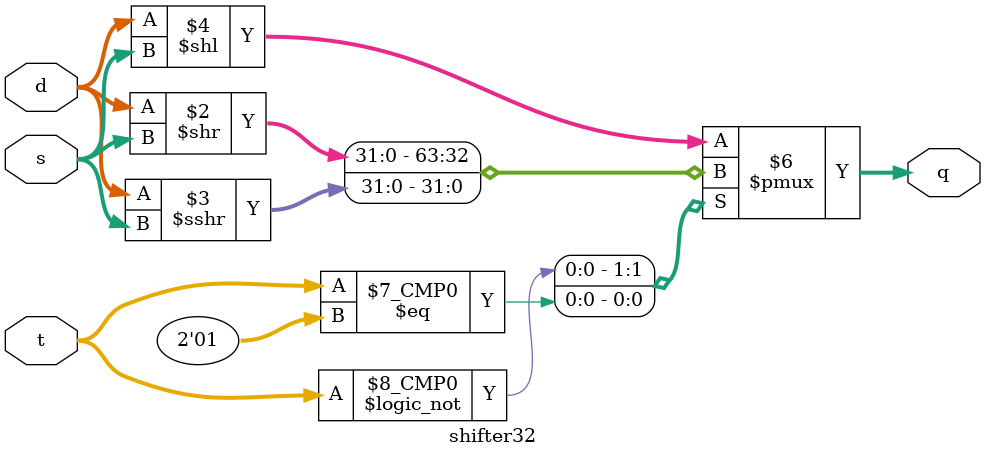
<source format=v>
`timescale 1ns/1ps

module shifter32 (
    input [31:0] d,
    input [4:0] s,      // 移动位数
    input [1:0] t,      // 1X -- 左移  00 -- 逻辑右移  01 -- 算术右移
    output reg [31:0] q
);
    always @(*) begin
        case (t)
            2'b00: begin
                // 逻辑右移
                q[31:0] = d >> s;
            end
            2'b01: begin
                // 算术右移
                q[31:0] = $signed(d) >>> s;
            end
            default: begin
                // 左移
                q[31:0] = d << s;
            end
        endcase
    end
endmodule

</source>
